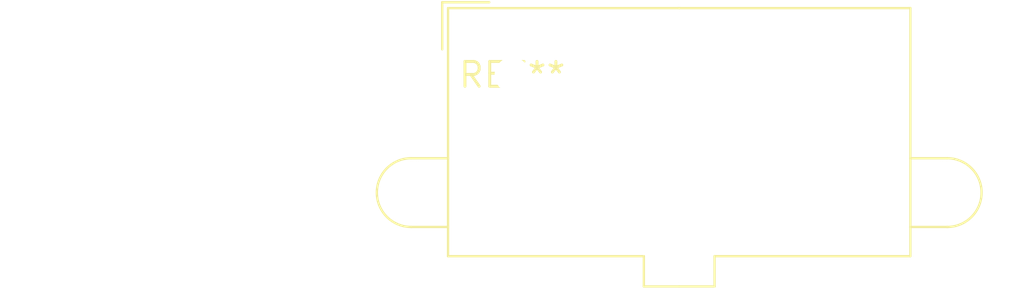
<source format=kicad_pcb>
(kicad_pcb (version 20240108) (generator pcbnew)
  (layers (0 "F.Cu" signal) (31 "B.Cu" signal) (34 "B.Paste" user) (35 "F.Paste" user) (36 "B.SilkS" user "B.Silkscreen") (37 "F.SilkS" user "F.Silkscreen") (38 "B.Mask" user) (39 "F.Mask" user) (44 "Edge.Cuts" user))
  (net 0 "")
  (footprint "Molex_Mega-Fit_76829-0008_2x04_P5.70mm_Vertical" (layer "F.Cu") (at 0 0)
    (property "Reference" "REF**")
    (property "Value" "Molex_Mega-Fit_76829-0008_2x04_P5.70mm_Vertical")
    (fp_line (start -5.17 4.265) (end -3.285 4.265) (layer "F.SilkS") (stroke (width 0.12)))
    (fp_line (start -5.17 7.785) (end -3.285 7.785) (layer "F.SilkS") (stroke (width 0.12)))
    (fp_line (start -3.585 -3.72) (end -1.175 -3.72) (layer "F.SilkS") (stroke (width 0.12)))
    (fp_line (start -3.585 -1.31) (end -3.585 -3.72) (layer "F.SilkS") (stroke (width 0.12)))
    (fp_line (start -3.285 -3.42) (end -3.285 9.28) (layer "F.SilkS") (stroke (width 0.12)))
    (fp_line (start -3.285 9.28) (end 6.74 9.28) (layer "F.SilkS") (stroke (width 0.12)))
    (fp_line (start 6.74 9.28) (end 6.74 10.83) (layer "F.SilkS") (stroke (width 0.12)))
    (fp_line (start 6.74 10.83) (end 8.55 10.83) (layer "F.SilkS") (stroke (width 0.12)))
    (fp_line (start 8.55 -3.42) (end -3.285 -3.42) (layer "F.SilkS") (stroke (width 0.12)))
    (fp_line (start 8.55 -3.42) (end 20.385 -3.42) (layer "F.SilkS") (stroke (width 0.12)))
    (fp_line (start 10.36 9.28) (end 10.36 10.83) (layer "F.SilkS") (stroke (width 0.12)))
    (fp_line (start 10.36 10.83) (end 8.55 10.83) (layer "F.SilkS") (stroke (width 0.12)))
    (fp_line (start 20.385 -3.42) (end 20.385 9.28) (layer "F.SilkS") (stroke (width 0.12)))
    (fp_line (start 20.385 9.28) (end 10.36 9.28) (layer "F.SilkS") (stroke (width 0.12)))
    (fp_line (start 22.27 4.265) (end 20.385 4.265) (layer "F.SilkS") (stroke (width 0.12)))
    (fp_line (start 22.27 7.785) (end 20.385 7.785) (layer "F.SilkS") (stroke (width 0.12)))
    (fp_arc (start -5.17 7.785) (mid -6.93 6.025) (end -5.17 4.265) (layer "F.SilkS") (stroke (width 0.12)))
    (fp_arc (start 22.27 4.265) (mid 24.03 6.025) (end 22.27 7.785) (layer "F.SilkS") (stroke (width 0.12)))
    (pad "" np_thru_hole circle (at -5.17 6.025) (size 3 3) (drill 3) (layers *.Cu *.Mask))
    (pad "" np_thru_hole circle (at 22.27 6.025) (size 3 3) (drill 3) (layers *.Cu *.Mask))
    (pad "1" thru_hole roundrect (at 0 0) (size 3.7 3.7) (drill 1.8) (layers *.Cu *.Mask) (remove_unused_layers) (roundrect_rratio 0.067568))
    (pad "2" thru_hole circle (at 5.7 0) (size 3.7 3.7) (drill 1.8) (layers *.Cu *.Mask) (remove_unused_layers))
    (pad "3" thru_hole circle (at 11.4 0) (size 3.7 3.7) (drill 1.8) (layers *.Cu *.Mask) (remove_unused_layers))
    (pad "4" thru_hole circle (at 17.1 0) (size 3.7 3.7) (drill 1.8) (layers *.Cu *.Mask) (remove_unused_layers))
    (pad "5" thru_hole circle (at 0 5.7) (size 3.7 3.7) (drill 1.8) (layers *.Cu *.Mask) (remove_unused_layers))
    (pad "6" thru_hole circle (at 5.7 5.7) (size 3.7 3.7) (drill 1.8) (layers *.Cu *.Mask) (remove_unused_layers))
    (pad "7" thru_hole circle (at 11.4 5.7) (size 3.7 3.7) (drill 1.8) (layers *.Cu *.Mask) (remove_unused_layers))
    (pad "8" thru_hole circle (at 17.1 5.7) (size 3.7 3.7) (drill 1.8) (layers *.Cu *.Mask) (remove_unused_layers))
  )
)
</source>
